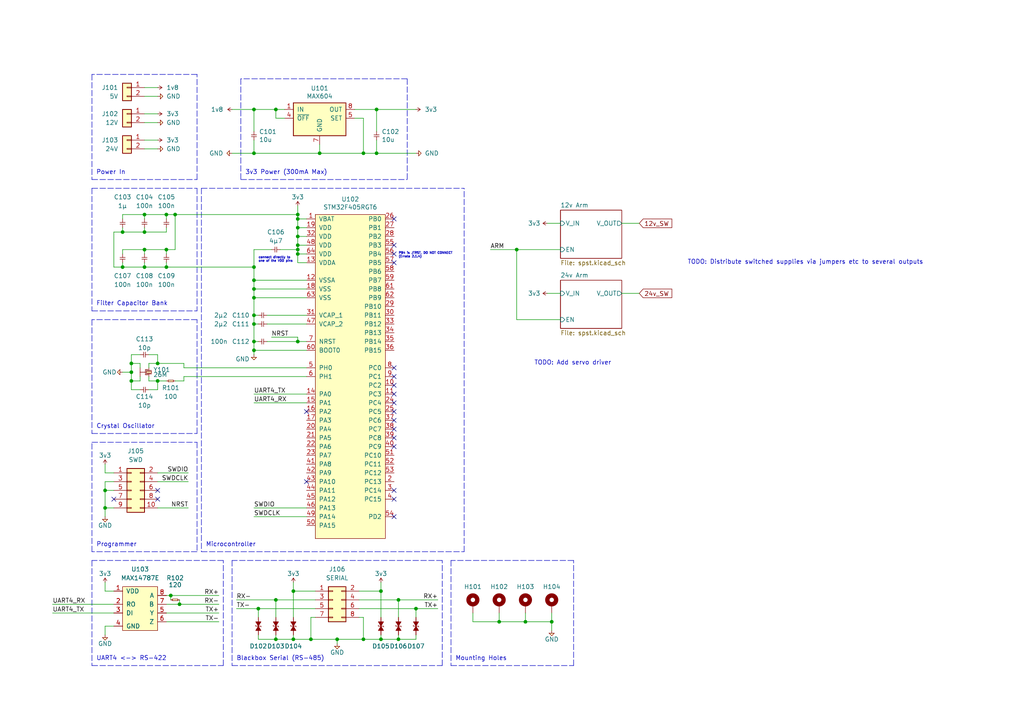
<source format=kicad_sch>
(kicad_sch (version 20211123) (generator eeschema)
  (paper "A4")
  (title_block (title "PROJECT ROYALE") (date "2021-10-23") (rev "1.0") (company "Cambridge University Spaceflight") (comment 1 "Drawn By Henry Franks"))
  (lib_symbols
    (symbol "12v_1" (power) (pin_numbers hide) (pin_names (offset 1.016) hide)
      (property "Value" "12v_1" (at 0 2.286 0))
      (symbol "12v_1_0_1"
        (polyline (pts (xy 0 1.27) (xy 0.508 0.508)))
        (polyline (pts (xy 0 0) (xy 0 1.27) (xy -0.508 0.508)))
      )
      (symbol "12v_1_1_1"
        (pin power_in line (at 0 0 180) (length 0) hide (name "3v3") (number "1"))
      )
    )
    (symbol "24v_1" (power) (pin_numbers hide) (pin_names (offset 1.016) hide)
      (property "Value" "24v_1" (at 0 2.286 0))
      (symbol "24v_1_0_1"
        (polyline (pts (xy 0 1.27) (xy 0.508 0.508)))
        (polyline (pts (xy 0 0) (xy 0 1.27) (xy -0.508 0.508)))
      )
      (symbol "24v_1_1_1"
        (pin power_in line (at 0 0 180) (length 0) hide (name "3v3") (number "1"))
      )
    )
    (symbol "Conn_01x02_1" (pin_names (offset 1.016) hide)
      (property "Reference" "J" (at 0 2.54 0))
      (property "Value" "Conn_01x02_1" (at 0 -5.08 0))
      (symbol "Conn_01x02_1_1_1"
        (rectangle (start -1.27 -2.413) (end 0 -2.667) (stroke (width 0.1524)))
        (rectangle (start -1.27 0.127) (end 0 -0.127) (stroke (width 0.1524)))
        (rectangle (start -1.27 1.27) (end 1.27 -3.81) (stroke (width 0.254)) (fill (type background)))
        (pin passive line (at -5.08 0 0) (length 3.81) (name "Pin_1") (number "1"))
        (pin passive line (at -5.08 -2.54 0) (length 3.81) (name "Pin_2") (number "2"))
      )
    )
    (symbol "GND_1" (power) (pin_numbers hide) (pin_names (offset 1.016) hide)
      (property "Value" "GND_1" (at 0 -2.54 0))
      (symbol "GND_1_0_1"
        (polyline (pts (xy 0 0) (xy 0 -0.762)))
        (polyline (pts (xy -0.762 -0.762) (xy 0.762 -0.762) (xy 0 -1.524) (xy -0.762 -0.762)) (fill (type background)))
      )
      (symbol "GND_1_1_1"
        (pin power_in line (at 0 0 180) (length 0) hide (name "GND") (number "1"))
      )
    )
    (symbol "GND_2" (power) (pin_numbers hide) (pin_names (offset 1.016) hide)
      (property "Value" "GND_2" (at 0 -2.54 0))
      (symbol "GND_2_0_1"
        (polyline (pts (xy 0 0) (xy 0 -0.762)))
        (polyline (pts (xy -0.762 -0.762) (xy 0.762 -0.762) (xy 0 -1.524) (xy -0.762 -0.762)) (fill (type background)))
      )
      (symbol "GND_2_1_1"
        (pin power_in line (at 0 0 180) (length 0) hide (name "GND") (number "1"))
      )
    )
    (symbol "GND_3" (power) (pin_numbers hide) (pin_names (offset 1.016) hide)
      (property "Value" "GND_3" (at 0 -2.54 0))
      (symbol "GND_3_0_1"
        (polyline (pts (xy 0 0) (xy 0 -0.762)))
        (polyline (pts (xy -0.762 -0.762) (xy 0.762 -0.762) (xy 0 -1.524) (xy -0.762 -0.762)) (fill (type background)))
      )
      (symbol "GND_3_1_1"
        (pin power_in line (at 0 0 180) (length 0) hide (name "GND") (number "1"))
      )
    )
    (symbol "GND_4" (power) (pin_numbers hide) (pin_names (offset 1.016) hide)
      (property "Value" "GND_4" (at 0 -2.54 0))
      (symbol "GND_4_0_1"
        (polyline (pts (xy 0 0) (xy 0 -0.762)))
        (polyline (pts (xy -0.762 -0.762) (xy 0.762 -0.762) (xy 0 -1.524) (xy -0.762 -0.762)) (fill (type background)))
      )
      (symbol "GND_4_1_1"
        (pin power_in line (at 0 0 180) (length 0) hide (name "GND") (number "1"))
      )
    )
    (symbol "GND_5" (power) (pin_numbers hide) (pin_names (offset 1.016) hide)
      (property "Value" "GND_5" (at 0 -2.54 0))
      (symbol "GND_5_0_1"
        (polyline (pts (xy 0 0) (xy 0 -0.762)))
        (polyline (pts (xy -0.762 -0.762) (xy 0.762 -0.762) (xy 0 -1.524) (xy -0.762 -0.762)) (fill (type background)))
      )
      (symbol "GND_5_1_1"
        (pin power_in line (at 0 0 180) (length 0) hide (name "GND") (number "1"))
      )
    )
    (symbol "GND_6" (power) (pin_numbers hide) (pin_names (offset 1.016) hide)
      (property "Value" "GND_6" (at 0 -2.54 0))
      (symbol "GND_6_0_1"
        (polyline (pts (xy 0 0) (xy 0 -0.762)))
        (polyline (pts (xy -0.762 -0.762) (xy 0.762 -0.762) (xy 0 -1.524) (xy -0.762 -0.762)) (fill (type background)))
      )
      (symbol "GND_6_1_1"
        (pin power_in line (at 0 0 180) (length 0) hide (name "GND") (number "1"))
      )
    )
    (symbol "GND_7" (power) (pin_numbers hide) (pin_names (offset 1.016) hide)
      (property "Value" "GND_7" (at 0 -2.54 0))
      (symbol "GND_7_0_1"
        (polyline (pts (xy 0 0) (xy 0 -0.762)))
        (polyline (pts (xy -0.762 -0.762) (xy 0.762 -0.762) (xy 0 -1.524) (xy -0.762 -0.762)) (fill (type background)))
      )
      (symbol "GND_7_1_1"
        (pin power_in line (at 0 0 180) (length 0) hide (name "GND") (number "1"))
      )
    )
    (symbol "GND_8" (power) (pin_numbers hide) (pin_names (offset 1.016) hide)
      (property "Value" "GND_8" (at 0 -2.54 0))
      (symbol "GND_8_0_1"
        (polyline (pts (xy 0 0) (xy 0 -0.762)))
        (polyline (pts (xy -0.762 -0.762) (xy 0.762 -0.762) (xy 0 -1.524) (xy -0.762 -0.762)) (fill (type background)))
      )
      (symbol "GND_8_1_1"
        (pin power_in line (at 0 0 180) (length 0) hide (name "GND") (number "1"))
      )
    )
    (symbol "GND_9" (power) (pin_numbers hide) (pin_names (offset 1.016) hide)
      (property "Value" "GND_9" (at 0 -2.54 0))
      (symbol "GND_9_0_1"
        (polyline (pts (xy 0 0) (xy 0 -0.762)))
        (polyline (pts (xy -0.762 -0.762) (xy 0.762 -0.762) (xy 0 -1.524) (xy -0.762 -0.762)) (fill (type background)))
      )
      (symbol "GND_9_1_1"
        (pin power_in line (at 0 0 180) (length 0) hide (name "GND") (number "1"))
      )
    )
    (symbol "royale:12v" (power) (pin_numbers hide) (pin_names (offset 1.016) hide)
      (property "Value" "royale_12v" (at 0 2.286 0))
      (symbol "12v_0_1"
        (polyline (pts (xy 0 1.27) (xy 0.508 0.508)))
        (polyline (pts (xy 0 0) (xy 0 1.27) (xy -0.508 0.508)))
      )
      (symbol "12v_1_1"
        (pin power_in line (at 0 0 180) (length 0) hide (name "3v3") (number "1"))
      )
    )
    (symbol "royale:24v" (power) (pin_numbers hide) (pin_names (offset 1.016) hide)
      (property "Value" "royale_24v" (at 0 2.286 0))
      (symbol "24v_0_1"
        (polyline (pts (xy 0 1.27) (xy 0.508 0.508)))
        (polyline (pts (xy 0 0) (xy 0 1.27) (xy -0.508 0.508)))
      )
      (symbol "24v_1_1"
        (pin power_in line (at 0 0 180) (length 0) hide (name "3v3") (number "1"))
      )
    )
    (symbol "royale:3v3" (power) (pin_numbers hide) (pin_names (offset 1.016) hide)
      (property "Value" "3v3" (at 0 2.286 0))
      (symbol "3v3_0_1"
        (polyline (pts (xy 0 1.27) (xy 0.508 0.508)))
        (polyline (pts (xy 0 0) (xy 0 1.27) (xy -0.508 0.508)))
      )
      (symbol "3v3_1_1"
        (pin power_in line (at 0 0 180) (length 0) hide (name "3v3") (number "1"))
      )
    )
    (symbol "royale:5v" (power) (pin_numbers hide) (pin_names (offset 1.016) hide)
      (property "Value" "5v" (at 0 2.286 0))
      (symbol "5v_0_1"
        (polyline (pts (xy 0 1.27) (xy 0.508 0.508)))
        (polyline (pts (xy 0 0) (xy 0 1.27) (xy -0.508 0.508)))
      )
      (symbol "5v_1_1"
        (pin power_in line (at 0 0 180) (length 0) hide (name "1v8") (number "1"))
      )
    )
    (symbol "royale:C" (pin_numbers hide) (pin_names (offset 1.016) hide)
      (property "Reference" "C" (at 1.27 1.778 0))
      (property "Value" "C" (at 1.27 -1.778 0))
      (symbol "C_0_1"
        (polyline (pts (xy 1.016 0.762) (xy 1.016 -0.762)))
        (polyline (pts (xy 1.524 0.762) (xy 1.524 -0.762)))
      )
      (symbol "C_1_1"
        (pin passive line (at 0 0 0) (length 1.016) (name "~") (number "1"))
        (pin passive line (at 2.54 0 180) (length 1.016) (name "~") (number "2"))
      )
    )
    (symbol "royale:Conn_02x04" (pin_names (offset 1.016) hide)
      (property "Reference" "J" (at 1.27 5.08 0))
      (property "Value" "Conn_02x04" (at 1.27 -7.62 0))
      (symbol "Conn_02x04_1_1"
        (rectangle (start -1.27 -4.953) (end 0 -5.207) (stroke (width 0.1524)))
        (rectangle (start -1.27 -2.413) (end 0 -2.667) (stroke (width 0.1524)))
        (rectangle (start -1.27 0.127) (end 0 -0.127) (stroke (width 0.1524)))
        (rectangle (start -1.27 2.667) (end 0 2.413) (stroke (width 0.1524)))
        (rectangle (start -1.27 3.81) (end 3.81 -6.35) (stroke (width 0.254)) (fill (type background)))
        (rectangle (start 3.81 -4.953) (end 2.54 -5.207) (stroke (width 0.1524)))
        (rectangle (start 3.81 -2.413) (end 2.54 -2.667) (stroke (width 0.1524)))
        (rectangle (start 3.81 0.127) (end 2.54 -0.127) (stroke (width 0.1524)))
        (rectangle (start 3.81 2.667) (end 2.54 2.413) (stroke (width 0.1524)))
        (pin passive line (at -5.08 2.54 0) (length 3.81) (name "Pin_1") (number "1"))
        (pin passive line (at 7.62 2.54 180) (length 3.81) (name "Pin_2") (number "2"))
        (pin passive line (at -5.08 0 0) (length 3.81) (name "Pin_3") (number "3"))
        (pin passive line (at 7.62 0 180) (length 3.81) (name "Pin_4") (number "4"))
        (pin passive line (at -5.08 -2.54 0) (length 3.81) (name "Pin_5") (number "5"))
        (pin passive line (at 7.62 -2.54 180) (length 3.81) (name "Pin_6") (number "6"))
        (pin passive line (at -5.08 -5.08 0) (length 3.81) (name "Pin_7") (number "7"))
        (pin passive line (at 7.62 -5.08 180) (length 3.81) (name "Pin_8") (number "8"))
      )
    )
    (symbol "royale:Conn_02x05" (pin_names (offset 1.016) hide)
      (property "Reference" "J" (at 1.27 7.62 0))
      (property "Value" "Conn_02x05" (at 1.27 -7.62 0))
      (symbol "Conn_02x05_1_1"
        (rectangle (start -1.27 -4.953) (end 0 -5.207) (stroke (width 0.1524)))
        (rectangle (start -1.27 -2.413) (end 0 -2.667) (stroke (width 0.1524)))
        (rectangle (start -1.27 0.127) (end 0 -0.127) (stroke (width 0.1524)))
        (rectangle (start -1.27 2.667) (end 0 2.413) (stroke (width 0.1524)))
        (rectangle (start -1.27 5.207) (end 0 4.953) (stroke (width 0.1524)))
        (rectangle (start -1.27 6.35) (end 3.81 -6.35) (stroke (width 0.254)) (fill (type background)))
        (rectangle (start 3.81 -4.953) (end 2.54 -5.207) (stroke (width 0.1524)))
        (rectangle (start 3.81 -2.413) (end 2.54 -2.667) (stroke (width 0.1524)))
        (rectangle (start 3.81 0.127) (end 2.54 -0.127) (stroke (width 0.1524)))
        (rectangle (start 3.81 2.667) (end 2.54 2.413) (stroke (width 0.1524)))
        (rectangle (start 3.81 5.207) (end 2.54 4.953) (stroke (width 0.1524)))
        (pin passive line (at -5.08 5.08 0) (length 3.81) (name "Pin_1") (number "1"))
        (pin passive line (at 7.62 -5.08 180) (length 3.81) (name "Pin_10") (number "10"))
        (pin passive line (at 7.62 5.08 180) (length 3.81) (name "Pin_2") (number "2"))
        (pin passive line (at -5.08 2.54 0) (length 3.81) (name "Pin_3") (number "3"))
        (pin passive line (at 7.62 2.54 180) (length 3.81) (name "Pin_4") (number "4"))
        (pin passive line (at -5.08 0 0) (length 3.81) (name "Pin_5") (number "5"))
        (pin passive line (at 7.62 0 180) (length 3.81) (name "Pin_6") (number "6"))
        (pin passive line (at -5.08 -2.54 0) (length 3.81) (name "Pin_7") (number "7"))
        (pin passive line (at 7.62 -2.54 180) (length 3.81) (name "Pin_8") (number "8"))
        (pin passive line (at -5.08 -5.08 0) (length 3.81) (name "Pin_9") (number "9"))
      )
    )
    (symbol "royale:Diode_ESD" (pin_numbers hide) (pin_names (offset 0) hide)
      (property "Reference" "D" (at -1.27 2.54 0))
      (symbol "Diode_ESD_0_1"
        (polyline (pts (xy 0 -0.762) (xy 0.254 -0.762)))
        (polyline (pts (xy 0 0.762) (xy -0.254 0.762)))
        (polyline (pts (xy 0 0.762) (xy 0 -0.762)))
        (polyline (pts (xy 0 0) (xy -1.27 0.762) (xy -1.27 -0.762) (xy 0 0)) (fill (type outline)))
        (polyline (pts (xy 0 0) (xy 1.27 0.762) (xy 1.27 -0.762) (xy 0 0)) (fill (type outline)))
      )
      (symbol "Diode_ESD_1_1"
        (pin passive line (at -2.54 0 0) (length 1.27) (name "1") (number "1"))
        (pin passive line (at 2.54 0 180) (length 1.27) (name "2") (number "2"))
      )
    )
    (symbol "royale:MAX14787E" (pin_names (offset 1.016))
      (property "Reference" "U" (at -5.08 7.62 0))
      (property "Value" "MAX14787E" (at -5.08 -7.62 0))
      (symbol "MAX14787E_0_0"
        (pin power_in line (at -7.62 5.08 0) (length 2.54) (name "VDD") (number "1"))
        (pin output line (at -7.62 1.27 0) (length 2.54) (name "RO") (number "2"))
        (pin input line (at -7.62 -1.27 0) (length 2.54) (name "DI") (number "3"))
        (pin power_in line (at -7.62 -5.08 0) (length 2.54) (name "GND") (number "4"))
        (pin output line (at 7.62 -1.27 180) (length 2.54) (name "Y") (number "5"))
        (pin output line (at 7.62 -3.81 180) (length 2.54) (name "Z") (number "6"))
        (pin input line (at 7.62 1.27 180) (length 2.54) (name "B") (number "7"))
        (pin input line (at 7.62 3.81 180) (length 2.54) (name "A") (number "8"))
      )
      (symbol "MAX14787E_0_1"
        (rectangle (start -5.08 6.35) (end 5.08 -6.35) (fill (type background)))
      )
    )
    (symbol "royale:MAX604" (pin_names (offset 1.016))
      (property "Reference" "U" (at -6.35 5.715 0))
      (property "Value" "MAX604" (at 0 5.715 0))
      (symbol "MAX604_0_1"
        (rectangle (start -7.62 4.445) (end 7.62 -5.08) (stroke (width 0.254)) (fill (type background)))
      )
      (symbol "MAX604_1_1"
        (pin power_in line (at -10.16 2.54 0) (length 2.54) (name "IN") (number "1"))
        (pin passive line (at 0 -7.62 90) (length 2.54) hide (name "GND") (number "2"))
        (pin passive line (at 0 -7.62 90) (length 2.54) hide (name "GND") (number "3"))
        (pin input line (at -10.16 0 0) (length 2.54) (name "~{OFF}") (number "4"))
        (pin passive line (at 10.16 0 180) (length 2.54) (name "SET") (number "5"))
        (pin passive line (at 0 -7.62 90) (length 2.54) hide (name "GND") (number "6"))
        (pin power_in line (at 0 -7.62 90) (length 2.54) (name "GND") (number "7"))
        (pin power_out line (at 10.16 2.54 180) (length 2.54) (name "OUT") (number "8"))
      )
    )
    (symbol "royale:MountingHole_Pad" (pin_numbers hide) (pin_names (offset 1.016) hide)
      (property "Reference" "H" (at 0 6.35 0))
      (property "Value" "MountingHole_Pad" (at 0 4.445 0))
      (symbol "MountingHole_Pad_0_1"
        (circle (center 0 1.27) (radius 1.27) (stroke (width 1.27)))
      )
      (symbol "MountingHole_Pad_1_1"
        (pin input line (at 0 -2.54 90) (length 2.54) (name "1") (number "1"))
      )
    )
    (symbol "royale:R" (pin_numbers hide) (pin_names (offset 1.016) hide)
      (property "Reference" "R" (at 1.27 1.27 0))
      (property "Value" "R" (at 1.27 -1.27 0))
      (symbol "R_0_1"
        (rectangle (start 0.508 0.254) (end 2.032 -0.254) (fill (type background)))
      )
      (symbol "R_1_1"
        (pin passive line (at 0 0 0) (length 0.508) (name "~") (number "1"))
        (pin passive line (at 2.54 0 180) (length 0.508) (name "~") (number "2"))
      )
    )
    (symbol "royale:SMD_XTAL" (pin_numbers hide) (pin_names (offset 1.016) hide)
      (property "Reference" "Y" (at 1.27 1.778 0))
      (property "Value" "SMD_XTAL" (at 1.27 -3.81 0))
      (symbol "SMD_XTAL_0_1"
        (polyline (pts (xy 0.762 0.762) (xy 0.762 -0.762)))
        (polyline (pts (xy 1.27 -1.016) (xy 1.27 -2.54)))
        (polyline (pts (xy 1.778 -0.762) (xy 1.778 0.762)))
        (polyline (pts (xy 0.508 -0.254) (xy 0.508 -1.016) (xy 2.032 -1.016) (xy 2.032 -0.254)))
        (rectangle (start 1.016 0.762) (end 1.524 -0.762) (fill (type background)))
      )
      (symbol "SMD_XTAL_1_1"
        (pin passive line (at 0 0 0) (length 0.762) (name "1") (number "1"))
        (pin passive line (at 0 -2.54 0) (length 1.27) (name "2") (number "2"))
        (pin passive line (at 2.54 0 180) (length 0.762) (name "3") (number "3"))
        (pin passive line (at 2.54 -2.54 180) (length 1.27) (name "4") (number "4"))
      )
    )
    (symbol "royale:STM32F405RGT6" (pin_names (offset 1.016))
      (property "Reference" "U" (at -10.16 48.26 0))
      (property "Value" "STM32F405RGT6" (at -10.16 -48.26 0))
      (symbol "STM32F405RGT6_0_0"
        (pin power_in line (at -12.7 45.72 0) (length 2.54) (name "VBAT") (number "1"))
        (pin bidirectional line (at 12.7 -2.54 180) (length 2.54) (name "PC2") (number "10"))
        (pin bidirectional line (at 12.7 -5.08 180) (length 2.54) (name "PC3") (number "11"))
        (pin power_in line (at -12.7 27.94 0) (length 2.54) (name "VSSA") (number "12"))
        (pin power_in line (at -12.7 33.02 0) (length 2.54) (name "VDDA") (number "13"))
        (pin bidirectional line (at -12.7 -5.08 0) (length 2.54) (name "PA0") (number "14"))
        (pin bidirectional line (at -12.7 -7.62 0) (length 2.54) (name "PA1") (number "15"))
        (pin bidirectional line (at -12.7 -10.16 0) (length 2.54) (name "PA2") (number "16"))
        (pin bidirectional line (at -12.7 -12.7 0) (length 2.54) (name "PA3") (number "17"))
        (pin power_in line (at -12.7 25.4 0) (length 2.54) (name "VSS") (number "18"))
        (pin power_in line (at -12.7 43.18 0) (length 2.54) (name "VDD") (number "19"))
        (pin bidirectional line (at 12.7 -30.48 180) (length 2.54) (name "PC13") (number "2"))
        (pin bidirectional line (at -12.7 -15.24 0) (length 2.54) (name "PA4") (number "20"))
        (pin bidirectional line (at -12.7 -17.78 0) (length 2.54) (name "PA5") (number "21"))
        (pin bidirectional line (at -12.7 -20.32 0) (length 2.54) (name "PA6") (number "22"))
        (pin bidirectional line (at -12.7 -22.86 0) (length 2.54) (name "PA7") (number "23"))
        (pin bidirectional line (at 12.7 -7.62 180) (length 2.54) (name "PC4") (number "24"))
        (pin bidirectional line (at 12.7 -10.16 180) (length 2.54) (name "PC5") (number "25"))
        (pin bidirectional line (at 12.7 45.72 180) (length 2.54) (name "PB0") (number "26"))
        (pin bidirectional line (at 12.7 43.18 180) (length 2.54) (name "PB1") (number "27"))
        (pin bidirectional line (at 12.7 40.64 180) (length 2.54) (name "PB2") (number "28"))
        (pin bidirectional line (at 12.7 20.32 180) (length 2.54) (name "PB10") (number "29"))
        (pin bidirectional line (at 12.7 -33.02 180) (length 2.54) (name "PC14") (number "3"))
        (pin bidirectional line (at 12.7 17.78 180) (length 2.54) (name "PB11") (number "30"))
        (pin passive line (at -12.7 17.78 0) (length 2.54) (name "VCAP_1") (number "31"))
        (pin power_in line (at -12.7 40.64 0) (length 2.54) (name "VDD") (number "32"))
        (pin bidirectional line (at 12.7 15.24 180) (length 2.54) (name "PB12") (number "33"))
        (pin bidirectional line (at 12.7 12.7 180) (length 2.54) (name "PB13") (number "34"))
        (pin bidirectional line (at 12.7 10.16 180) (length 2.54) (name "PB14") (number "35"))
        (pin bidirectional line (at 12.7 7.62 180) (length 2.54) (name "PB15") (number "36"))
        (pin bidirectional line (at 12.7 -12.7 180) (length 2.54) (name "PC6") (number "37"))
        (pin bidirectional line (at 12.7 -15.24 180) (length 2.54) (name "PC7") (number "38"))
        (pin bidirectional line (at 12.7 -17.78 180) (length 2.54) (name "PC8") (number "39"))
        (pin bidirectional line (at 12.7 -35.56 180) (length 2.54) (name "PC15") (number "4"))
        (pin bidirectional line (at 12.7 -20.32 180) (length 2.54) (name "PC9") (number "40"))
        (pin bidirectional line (at -12.7 -25.4 0) (length 2.54) (name "PA8") (number "41"))
        (pin bidirectional line (at -12.7 -27.94 0) (length 2.54) (name "PA9") (number "42"))
        (pin bidirectional line (at -12.7 -30.48 0) (length 2.54) (name "PA10") (number "43"))
        (pin bidirectional line (at -12.7 -33.02 0) (length 2.54) (name "PA11") (number "44"))
        (pin bidirectional line (at -12.7 -35.56 0) (length 2.54) (name "PA12") (number "45"))
        (pin bidirectional line (at -12.7 -38.1 0) (length 2.54) (name "PA13") (number "46"))
        (pin passive line (at -12.7 15.24 0) (length 2.54) (name "VCAP_2") (number "47"))
        (pin power_in line (at -12.7 38.1 0) (length 2.54) (name "VDD") (number "48"))
        (pin bidirectional line (at -12.7 -40.64 0) (length 2.54) (name "PA14") (number "49"))
        (pin bidirectional line (at -12.7 2.54 0) (length 2.54) (name "PH0") (number "5"))
        (pin bidirectional line (at -12.7 -43.18 0) (length 2.54) (name "PA15") (number "50"))
        (pin bidirectional line (at 12.7 -22.86 180) (length 2.54) (name "PC10") (number "51"))
        (pin bidirectional line (at 12.7 -25.4 180) (length 2.54) (name "PC11") (number "52"))
        (pin bidirectional line (at 12.7 -27.94 180) (length 2.54) (name "PC12") (number "53"))
        (pin bidirectional line (at 12.7 -40.64 180) (length 2.54) (name "PD2") (number "54"))
        (pin bidirectional line (at 12.7 38.1 180) (length 2.54) (name "PB3") (number "55"))
        (pin bidirectional line (at 12.7 35.56 180) (length 2.54) (name "PB4") (number "56"))
        (pin bidirectional line (at 12.7 33.02 180) (length 2.54) (name "PB5") (number "57"))
        (pin bidirectional line (at 12.7 30.48 180) (length 2.54) (name "PB6") (number "58"))
        (pin bidirectional line (at 12.7 27.94 180) (length 2.54) (name "PB7") (number "59"))
        (pin bidirectional line (at -12.7 0 0) (length 2.54) (name "PH1") (number "6"))
        (pin input line (at -12.7 7.62 0) (length 2.54) (name "BOOT0") (number "60"))
        (pin bidirectional line (at 12.7 25.4 180) (length 2.54) (name "PB8") (number "61"))
        (pin bidirectional line (at 12.7 22.86 180) (length 2.54) (name "PB9") (number "62"))
        (pin power_in line (at -12.7 22.86 0) (length 2.54) (name "VSS") (number "63"))
        (pin power_in line (at -12.7 35.56 0) (length 2.54) (name "VDD") (number "64"))
        (pin input line (at -12.7 10.16 0) (length 2.54) (name "NRST") (number "7"))
        (pin bidirectional line (at 12.7 2.54 180) (length 2.54) (name "PC0") (number "8"))
        (pin bidirectional line (at 12.7 0 180) (length 2.54) (name "PC1") (number "9"))
      )
      (symbol "STM32F405RGT6_0_1"
        (rectangle (start -10.16 46.99) (end 10.16 -46.99) (fill (type background)))
      )
    )
  )
  (junction (at 48.26 72.39))
  (junction (at 41.91 72.39))
  (junction (at 86.36 72.39))
  (junction (at 73.66 93.98))
  (junction (at 109.22 31.75))
  (junction (at 35.56 77.47))
  (junction (at 80.01 185.42))
  (junction (at 109.22 44.45))
  (junction (at 50.8 62.23))
  (junction (at 48.26 77.47))
  (junction (at 105.41 44.45))
  (junction (at 41.91 77.47))
  (junction (at 48.26 62.23))
  (junction (at 74.93 176.53))
  (junction (at 73.66 99.06))
  (junction (at 152.4 180.34))
  (junction (at 86.36 63.5))
  (junction (at 105.41 185.42))
  (junction (at 97.79 185.42))
  (junction (at 85.09 171.45))
  (junction (at 41.91 67.31))
  (junction (at 35.56 67.31))
  (junction (at 38.1 107.95))
  (junction (at 115.57 173.99))
  (junction (at 38.1 105.41))
  (junction (at 85.09 185.42))
  (junction (at 49.53 172.72))
  (junction (at 45.72 110.49))
  (junction (at 80.01 173.99))
  (junction (at 52.07 175.26))
  (junction (at 73.66 83.82))
  (junction (at 73.66 44.45))
  (junction (at 86.36 68.58))
  (junction (at 115.57 185.42))
  (junction (at 120.65 176.53))
  (junction (at 149.86 72.39))
  (junction (at 110.49 171.45))
  (junction (at 73.66 31.75))
  (junction (at 110.49 185.42))
  (junction (at 144.78 180.34))
  (junction (at 73.66 77.47))
  (junction (at 41.91 62.23))
  (junction (at 86.36 62.23))
  (junction (at 86.36 99.06))
  (junction (at 86.36 66.04))
  (junction (at 86.36 73.66))
  (junction (at 45.72 105.41))
  (junction (at 86.36 71.12))
  (junction (at 90.17 185.42))
  (junction (at 73.66 86.36))
  (junction (at 80.01 31.75))
  (junction (at 30.48 147.32))
  (junction (at 73.66 101.6))
  (junction (at 38.1 110.49))
  (junction (at 160.02 180.34))
  (junction (at 73.66 81.28))
  (junction (at 30.48 142.24))
  (junction (at 73.66 91.44))
  (junction (at 92.71 44.45))
  (no_connect (at 88.9 119.38))
  (no_connect (at 114.3 119.38))
  (no_connect (at 114.3 116.84))
  (no_connect (at 114.3 121.92))
  (no_connect (at 114.3 149.86))
  (no_connect (at 114.3 109.22))
  (no_connect (at 114.3 71.12))
  (no_connect (at 114.3 63.5))
  (no_connect (at 114.3 129.54))
  (no_connect (at 114.3 142.24))
  (no_connect (at 114.3 144.78))
  (no_connect (at 114.3 124.46))
  (no_connect (at 114.3 111.76))
  (no_connect (at 114.3 127))
  (no_connect (at 114.3 76.2))
  (no_connect (at 114.3 73.66))
  (no_connect (at 114.3 114.3))
  (no_connect (at 33.02 144.78))
  (no_connect (at 88.9 139.7))
  (no_connect (at 45.72 144.78))
  (no_connect (at 45.72 142.24))
  (no_connect (at 114.3 106.68))
  (wire (pts (xy 74.93 185.42) (xy 80.01 185.42)))
  (wire (pts (xy 30.48 139.7) (xy 30.48 142.24)))
  (polyline (pts (xy 69.85 52.07) (xy 118.11 52.07)))
  (polyline (pts (xy 26.67 54.61) (xy 57.15 54.61)))
  (wire (pts (xy 41.91 67.31) (xy 35.56 67.31)))
  (wire (pts (xy 30.48 147.32) (xy 30.48 149.86)))
  (wire (pts (xy 105.41 44.45) (xy 105.41 34.29)))
  (wire (pts (xy 41.91 27.94) (xy 45.72 27.94)))
  (wire (pts (xy 73.66 147.32) (xy 88.9 147.32)))
  (wire (pts (xy 38.1 102.87) (xy 40.64 102.87)))
  (polyline (pts (xy 69.85 22.86) (xy 69.85 52.07)))
  (polyline (pts (xy 58.42 54.61) (xy 134.62 54.61)))
  (wire (pts (xy 41.91 77.47) (xy 48.26 77.47)))
  (wire (pts (xy 97.79 185.42) (xy 105.41 185.42)))
  (wire (pts (xy 48.26 72.39) (xy 48.26 73.66)))
  (wire (pts (xy 162.56 85.09) (xy 158.75 85.09)))
  (wire (pts (xy 41.91 35.56) (xy 45.72 35.56)))
  (wire (pts (xy 41.91 73.66) (xy 41.91 72.39)))
  (wire (pts (xy 77.47 99.06) (xy 86.36 99.06)))
  (wire (pts (xy 86.36 71.12) (xy 86.36 72.39)))
  (wire (pts (xy 115.57 184.15) (xy 115.57 185.42)))
  (wire (pts (xy 68.58 173.99) (xy 80.01 173.99)))
  (wire (pts (xy 88.9 83.82) (xy 73.66 83.82)))
  (wire (pts (xy 30.48 142.24) (xy 33.02 142.24)))
  (wire (pts (xy 43.18 105.41) (xy 43.18 106.68)))
  (wire (pts (xy 185.42 64.77) (xy 180.34 64.77)))
  (polyline (pts (xy 57.15 54.61) (xy 57.15 90.17)))
  (wire (pts (xy 88.9 81.28) (xy 73.66 81.28)))
  (wire (pts (xy 33.02 177.8) (xy 15.24 177.8)))
  (wire (pts (xy 35.56 72.39) (xy 41.91 72.39)))
  (wire (pts (xy 35.56 77.47) (xy 33.02 77.47)))
  (wire (pts (xy 33.02 147.32) (xy 30.48 147.32)))
  (wire (pts (xy 41.91 40.64) (xy 45.72 40.64)))
  (wire (pts (xy 73.66 91.44) (xy 73.66 86.36)))
  (wire (pts (xy 105.41 185.42) (xy 110.49 185.42)))
  (wire (pts (xy 73.66 91.44) (xy 74.93 91.44)))
  (polyline (pts (xy 26.67 193.04) (xy 64.77 193.04)))
  (wire (pts (xy 35.56 67.31) (xy 35.56 66.04)))
  (wire (pts (xy 91.44 179.07) (xy 90.17 179.07)))
  (wire (pts (xy 48.26 72.39) (xy 50.8 72.39)))
  (wire (pts (xy 80.01 173.99) (xy 80.01 179.07)))
  (wire (pts (xy 73.66 83.82) (xy 73.66 86.36)))
  (wire (pts (xy 35.56 62.23) (xy 41.91 62.23)))
  (polyline (pts (xy 166.37 162.56) (xy 130.81 162.56)))
  (wire (pts (xy 110.49 185.42) (xy 115.57 185.42)))
  (wire (pts (xy 43.18 102.87) (xy 45.72 102.87)))
  (wire (pts (xy 49.53 172.72) (xy 63.5 172.72)))
  (wire (pts (xy 40.64 105.41) (xy 38.1 105.41)))
  (wire (pts (xy 104.14 171.45) (xy 110.49 171.45)))
  (polyline (pts (xy 166.37 193.04) (xy 166.37 162.56)))
  (wire (pts (xy 40.64 110.49) (xy 40.64 109.22)))
  (wire (pts (xy 80.01 31.75) (xy 82.55 31.75)))
  (wire (pts (xy 80.01 184.15) (xy 80.01 185.42)))
  (wire (pts (xy 38.1 110.49) (xy 40.64 110.49)))
  (wire (pts (xy 73.66 31.75) (xy 80.01 31.75)))
  (polyline (pts (xy 64.77 162.56) (xy 26.67 162.56)))
  (wire (pts (xy 41.91 66.04) (xy 41.91 67.31)))
  (wire (pts (xy 52.07 173.99) (xy 52.07 175.26)))
  (wire (pts (xy 142.24 72.39) (xy 149.86 72.39)))
  (wire (pts (xy 109.22 31.75) (xy 120.65 31.75)))
  (wire (pts (xy 86.36 97.79) (xy 86.36 99.06)))
  (polyline (pts (xy 58.42 160.02) (xy 134.62 160.02)))
  (polyline (pts (xy 134.62 160.02) (xy 134.62 54.61)))
  (wire (pts (xy 149.86 92.71) (xy 149.86 72.39)))
  (wire (pts (xy 38.1 113.03) (xy 40.64 113.03)))
  (wire (pts (xy 115.57 173.99) (xy 115.57 179.07)))
  (wire (pts (xy 43.18 105.41) (xy 45.72 105.41)))
  (wire (pts (xy 43.18 113.03) (xy 45.72 113.03)))
  (wire (pts (xy 33.02 137.16) (xy 30.48 137.16)))
  (wire (pts (xy 137.16 180.34) (xy 144.78 180.34)))
  (wire (pts (xy 45.72 139.7) (xy 54.61 139.7)))
  (wire (pts (xy 38.1 105.41) (xy 38.1 107.95)))
  (wire (pts (xy 67.31 44.45) (xy 73.66 44.45)))
  (polyline (pts (xy 26.67 92.71) (xy 26.67 125.73)))
  (wire (pts (xy 45.72 110.49) (xy 48.26 110.49)))
  (wire (pts (xy 50.8 62.23) (xy 50.8 72.39)))
  (wire (pts (xy 38.1 102.87) (xy 38.1 105.41)))
  (wire (pts (xy 86.36 62.23) (xy 86.36 63.5)))
  (wire (pts (xy 43.18 109.22) (xy 43.18 110.49)))
  (wire (pts (xy 45.72 110.49) (xy 45.72 113.03)))
  (wire (pts (xy 53.34 109.22) (xy 88.9 109.22)))
  (wire (pts (xy 110.49 168.91) (xy 110.49 171.45)))
  (wire (pts (xy 73.66 93.98) (xy 73.66 99.06)))
  (wire (pts (xy 105.41 34.29) (xy 102.87 34.29)))
  (wire (pts (xy 48.26 77.47) (xy 48.26 76.2)))
  (wire (pts (xy 48.26 180.34) (xy 63.5 180.34)))
  (wire (pts (xy 88.9 114.3) (xy 73.66 114.3)))
  (wire (pts (xy 52.07 175.26) (xy 63.5 175.26)))
  (wire (pts (xy 41.91 72.39) (xy 48.26 72.39)))
  (wire (pts (xy 33.02 171.45) (xy 30.48 171.45)))
  (wire (pts (xy 77.47 91.44) (xy 88.9 91.44)))
  (wire (pts (xy 109.22 31.75) (xy 109.22 38.1)))
  (wire (pts (xy 105.41 179.07) (xy 105.41 185.42)))
  (wire (pts (xy 78.74 72.39) (xy 73.66 72.39)))
  (wire (pts (xy 109.22 44.45) (xy 105.41 44.45)))
  (wire (pts (xy 74.93 176.53) (xy 74.93 179.07)))
  (wire (pts (xy 53.34 110.49) (xy 53.34 109.22)))
  (wire (pts (xy 73.66 99.06) (xy 73.66 101.6)))
  (wire (pts (xy 74.93 99.06) (xy 73.66 99.06)))
  (wire (pts (xy 30.48 134.62) (xy 30.48 137.16)))
  (wire (pts (xy 53.34 105.41) (xy 53.34 106.68)))
  (wire (pts (xy 109.22 40.64) (xy 109.22 44.45)))
  (wire (pts (xy 86.36 72.39) (xy 86.36 73.66)))
  (wire (pts (xy 80.01 173.99) (xy 91.44 173.99)))
  (wire (pts (xy 48.26 175.26) (xy 52.07 175.26)))
  (wire (pts (xy 50.8 110.49) (xy 53.34 110.49)))
  (polyline (pts (xy 26.67 54.61) (xy 26.67 90.17)))
  (polyline (pts (xy 26.67 125.73) (xy 57.15 125.73)))
  (wire (pts (xy 86.36 63.5) (xy 86.36 66.04)))
  (polyline (pts (xy 67.31 193.04) (xy 128.27 193.04)))
  (wire (pts (xy 45.72 137.16) (xy 54.61 137.16)))
  (wire (pts (xy 110.49 171.45) (xy 110.49 179.07)))
  (wire (pts (xy 38.1 107.95) (xy 38.1 110.49)))
  (wire (pts (xy 30.48 181.61) (xy 30.48 184.15)))
  (polyline (pts (xy 26.67 52.07) (xy 57.15 52.07)))
  (wire (pts (xy 82.55 34.29) (xy 80.01 34.29)))
  (polyline (pts (xy 57.15 52.07) (xy 57.15 21.59)))
  (wire (pts (xy 73.66 72.39) (xy 73.66 77.47)))
  (wire (pts (xy 45.72 102.87) (xy 45.72 105.41)))
  (wire (pts (xy 160.02 180.34) (xy 160.02 182.88)))
  (wire (pts (xy 86.36 73.66) (xy 86.36 76.2)))
  (wire (pts (xy 90.17 185.42) (xy 97.79 185.42)))
  (wire (pts (xy 137.16 180.34) (xy 137.16 177.8)))
  (polyline (pts (xy 67.31 162.56) (xy 67.31 193.04)))
  (wire (pts (xy 104.14 176.53) (xy 120.65 176.53)))
  (wire (pts (xy 81.28 72.39) (xy 86.36 72.39)))
  (wire (pts (xy 40.64 105.41) (xy 40.64 106.68)))
  (wire (pts (xy 73.66 44.45) (xy 73.66 40.64)))
  (wire (pts (xy 144.78 180.34) (xy 152.4 180.34)))
  (wire (pts (xy 50.8 62.23) (xy 86.36 62.23)))
  (wire (pts (xy 110.49 184.15) (xy 110.49 185.42)))
  (wire (pts (xy 104.14 179.07) (xy 105.41 179.07)))
  (wire (pts (xy 92.71 44.45) (xy 73.66 44.45)))
  (wire (pts (xy 68.58 176.53) (xy 74.93 176.53)))
  (wire (pts (xy 41.91 43.18) (xy 45.72 43.18)))
  (polyline (pts (xy 57.15 125.73) (xy 57.15 92.71)))
  (polyline (pts (xy 26.67 90.17) (xy 57.15 90.17)))
  (polyline (pts (xy 26.67 160.02) (xy 26.67 128.27)))
  (wire (pts (xy 120.65 176.53) (xy 127 176.53)))
  (wire (pts (xy 33.02 139.7) (xy 30.48 139.7)))
  (wire (pts (xy 45.72 105.41) (xy 53.34 105.41)))
  (polyline (pts (xy 57.15 21.59) (xy 26.67 21.59)))
  (wire (pts (xy 144.78 177.8) (xy 144.78 180.34)))
  (wire (pts (xy 43.18 110.49) (xy 45.72 110.49)))
  (wire (pts (xy 86.36 66.04) (xy 86.36 68.58)))
  (wire (pts (xy 73.66 77.47) (xy 73.66 81.28)))
  (wire (pts (xy 86.36 76.2) (xy 88.9 76.2)))
  (wire (pts (xy 35.56 63.5) (xy 35.56 62.23)))
  (wire (pts (xy 45.72 147.32) (xy 54.61 147.32)))
  (wire (pts (xy 38.1 110.49) (xy 38.1 113.03)))
  (wire (pts (xy 85.09 185.42) (xy 90.17 185.42)))
  (wire (pts (xy 49.53 172.72) (xy 49.53 173.99)))
  (wire (pts (xy 41.91 63.5) (xy 41.91 62.23)))
  (wire (pts (xy 78.74 97.79) (xy 86.36 97.79)))
  (wire (pts (xy 86.36 68.58) (xy 88.9 68.58)))
  (wire (pts (xy 160.02 177.8) (xy 160.02 180.34)))
  (wire (pts (xy 160.02 180.34) (xy 152.4 180.34)))
  (wire (pts (xy 86.36 66.04) (xy 88.9 66.04)))
  (wire (pts (xy 48.26 172.72) (xy 49.53 172.72)))
  (polyline (pts (xy 57.15 92.71) (xy 26.67 92.71)))
  (wire (pts (xy 74.93 184.15) (xy 74.93 185.42)))
  (polyline (pts (xy 64.77 193.04) (xy 64.77 162.56)))
  (wire (pts (xy 86.36 59.69) (xy 86.36 62.23)))
  (wire (pts (xy 80.01 34.29) (xy 80.01 31.75)))
  (wire (pts (xy 92.71 41.91) (xy 92.71 44.45)))
  (wire (pts (xy 85.09 171.45) (xy 91.44 171.45)))
  (wire (pts (xy 85.09 179.07) (xy 85.09 171.45)))
  (wire (pts (xy 85.09 168.91) (xy 85.09 171.45)))
  (wire (pts (xy 120.65 176.53) (xy 120.65 179.07)))
  (wire (pts (xy 86.36 71.12) (xy 88.9 71.12)))
  (wire (pts (xy 88.9 86.36) (xy 73.66 86.36)))
  (wire (pts (xy 185.42 85.09) (xy 180.34 85.09)))
  (polyline (pts (xy 26.67 21.59) (xy 26.67 52.07)))
  (wire (pts (xy 86.36 68.58) (xy 86.36 71.12)))
  (wire (pts (xy 80.01 185.42) (xy 85.09 185.42)))
  (wire (pts (xy 162.56 92.71) (xy 149.86 92.71)))
  (wire (pts (xy 53.34 106.68) (xy 88.9 106.68)))
  (wire (pts (xy 48.26 77.47) (xy 73.66 77.47)))
  (polyline (pts (xy 58.42 54.61) (xy 58.42 160.02)))
  (wire (pts (xy 86.36 99.06) (xy 88.9 99.06)))
  (wire (pts (xy 73.66 101.6) (xy 73.66 102.87)))
  (wire (pts (xy 115.57 185.42) (xy 120.65 185.42)))
  (wire (pts (xy 120.65 185.42) (xy 120.65 184.15)))
  (wire (pts (xy 85.09 184.15) (xy 85.09 185.42)))
  (polyline (pts (xy 26.67 128.27) (xy 57.15 128.27)))
  (wire (pts (xy 41.91 25.4) (xy 45.72 25.4)))
  (polyline (pts (xy 26.67 162.56) (xy 26.67 193.04)))
  (wire (pts (xy 15.24 175.26) (xy 33.02 175.26)))
  (polyline (pts (xy 130.81 193.04) (xy 166.37 193.04)))
  (wire (pts (xy 35.56 107.95) (xy 38.1 107.95)))
  (wire (pts (xy 41.91 67.31) (xy 48.26 67.31)))
  (wire (pts (xy 73.66 81.28) (xy 73.66 83.82)))
  (wire (pts (xy 48.26 62.23) (xy 50.8 62.23)))
  (wire (pts (xy 35.56 77.47) (xy 41.91 77.47)))
  (wire (pts (xy 74.93 176.53) (xy 91.44 176.53)))
  (wire (pts (xy 30.48 142.24) (xy 30.48 147.32)))
  (polyline (pts (xy 118.11 22.86) (xy 118.11 52.07)))
  (wire (pts (xy 33.02 77.47) (xy 33.02 67.31)))
  (polyline (pts (xy 118.11 22.86) (xy 69.85 22.86)))
  (wire (pts (xy 33.02 67.31) (xy 35.56 67.31)))
  (polyline (pts (xy 130.81 162.56) (xy 130.81 193.04)))
  (wire (pts (xy 102.87 31.75) (xy 109.22 31.75)))
  (wire (pts (xy 41.91 33.02) (xy 45.72 33.02)))
  (polyline (pts (xy 128.27 162.56) (xy 67.31 162.56)))
  (wire (pts (xy 86.36 73.66) (xy 88.9 73.66)))
  (wire (pts (xy 41.91 62.23) (xy 48.26 62.23)))
  (wire (pts (xy 41.91 76.2) (xy 41.91 77.47)))
  (wire (pts (xy 48.26 177.8) (xy 63.5 177.8)))
  (wire (pts (xy 30.48 171.45) (xy 30.48 168.91)))
  (wire (pts (xy 67.31 31.75) (xy 73.66 31.75)))
  (wire (pts (xy 149.86 72.39) (xy 162.56 72.39)))
  (wire (pts (xy 73.66 149.86) (xy 88.9 149.86)))
  (wire (pts (xy 33.02 181.61) (xy 30.48 181.61)))
  (wire (pts (xy 97.79 185.42) (xy 97.79 186.69)))
  (wire (pts (xy 48.26 66.04) (xy 48.26 67.31)))
  (wire (pts (xy 48.26 63.5) (xy 48.26 62.23)))
  (wire (pts (xy 152.4 177.8) (xy 152.4 180.34)))
  (polyline (pts (xy 57.15 160.02) (xy 26.67 160.02)))
  (wire (pts (xy 90.17 179.07) (xy 90.17 185.42)))
  (wire (pts (xy 120.65 44.45) (xy 109.22 44.45)))
  (wire (pts (xy 73.66 38.1) (xy 73.66 31.75)))
  (wire (pts (xy 77.47 93.98) (xy 88.9 93.98)))
  (wire (pts (xy 74.93 93.98) (xy 73.66 93.98)))
  (wire (pts (xy 86.36 63.5) (xy 88.9 63.5)))
  (wire (pts (xy 115.57 173.99) (xy 127 173.99)))
  (wire (pts (xy 104.14 173.99) (xy 115.57 173.99)))
  (wire (pts (xy 88.9 101.6) (xy 73.66 101.6)))
  (polyline (pts (xy 128.27 193.04) (xy 128.27 162.56)))
  (wire (pts (xy 92.71 44.45) (xy 105.41 44.45)))
  (wire (pts (xy 73.66 116.84) (xy 88.9 116.84)))
  (polyline (pts (xy 57.15 128.27) (xy 57.15 160.02)))
  (wire (pts (xy 35.56 76.2) (xy 35.56 77.47)))
  (wire (pts (xy 162.56 64.77) (xy 158.75 64.77)))
  (wire (pts (xy 73.66 93.98) (xy 73.66 91.44)))
  (wire (pts (xy 35.56 73.66) (xy 35.56 72.39)))
  (text "Microcontroller" (at 59.69 158.75 0) (effects (font (size 1.27 1.27)) (justify left bottom)))
  (text "UART4 <-> RS-422" (at 27.94 191.77 0) (effects (font (size 1.27 1.27)) (justify left bottom)))
  (text "Power In" (at 27.8926 50.7968 0) (effects (font (size 1.27 1.27)) (justify left bottom)))
  (text "Mounting Holes" (at 132.08 191.77 0) (effects (font (size 1.27 1.27)) (justify left bottom)))
  (text "PB4 is JTRST, DO NOT CONNECT\n(Errata 2.1.4)" (at 115.57 74.93 0) (effects (font (size 0.635 0.635)) (justify left bottom)))
  (text "TODO: Add servo driver" (at 154.94 106.045 0) (effects (font (size 1.27 1.27)) (justify left bottom)))
  (text "Filter Capacitor Bank" (at 27.9225 88.8508 0) (effects (font (size 1.27 1.27)) (justify left bottom)))
  (text "Crystal Oscillator" (at 27.94 124.46 0) (effects (font (size 1.27 1.27)) (justify left bottom)))
  (text "TODO: Distribute switched supplies via jumpers etc to several outputs" (at 199.39 76.835 0) (effects (font (size 1.27 1.27)) (justify left bottom)))
  (text "Programmer" (at 27.94 158.75 0) (effects (font (size 1.27 1.27)) (justify left bottom)))
  (text "Blackbox Serial (RS-485)" (at 68.58 191.77 0) (effects (font (size 1.27 1.27)) (justify left bottom)))
  (text "connect directly to\none of the VDD pins" (at 74.93 76.2 0) (effects (font (size 0.635 0.635)) (justify left bottom)))
  (text "3v3 Power (300mA Max)" (at 71.12 50.8 0) (effects (font (size 1.27 1.27)) (justify left bottom)))
  (label "RX-" (at 68.58 173.99 0))
  (label "SWDIO" (at 54.61 137.16 180))
  (label "NRST" (at 78.74 97.79 0))
  (label "SWDIO" (at 73.66 147.32 0))
  (label "UART4_RX" (at 15.24 175.26 0))
  (label "SWDCLK" (at 54.61 139.7 180))
  (label "TX-" (at 68.58 176.53 0))
  (label "SWDCLK" (at 73.66 149.86 0))
  (label "TX+" (at 63.5 177.8 180))
  (label "TX+" (at 127 176.53 180))
  (label "TX-" (at 63.5 180.34 180))
  (label "RX-" (at 63.5 175.26 180))
  (label "UART4_TX" (at 73.66 114.3 0))
  (label "NRST" (at 54.61 147.32 180))
  (label "UART4_RX" (at 73.66 116.84 0))
  (label "RX+" (at 127 173.99 180))
  (label "UART4_TX" (at 15.24 177.8 0))
  (label "RX+" (at 63.5 172.72 180))
  (label "ARM" (at 142.24 72.39 0))
  (global_label "12v_SW" (shape input) (at 185.42 64.77 0) (property "Intersheet References" "${INTERSHEET_REFS}" (effects hide)))
  (global_label "24v_SW" (shape input) (at 185.42 85.09 0) (property "Intersheet References" "${INTERSHEET_REFS}" (effects hide)))
  (symbol (lib_id "royale:12v") (at 158.75 64.77 90) (unit 1)
    (property "Reference" "#PWR0112" (effects hide))
    (property "Value" "12v" (at 154.94 64.77 90))
  )
  (symbol (lib_id "royale:24v") (at 158.75 85.09 90) (unit 1)
    (property "Reference" "#PWR0113" (effects hide))
    (property "Value" "24v" (at 154.94 85.09 90))
  )
  (symbol (lib_id "royale:Diode_ESD") (at 120.65 181.61 270) (mirror x) (unit 1)
    (property "Reference" "D107" (at 120.65 186.69 90) (effects (justify bottom)))
    (property "Value" "Diode_ESD" (effects hide))
    (property "Footprint" "royale:D_0402" (effects hide))
    (property "Farnell" "2368169" (effects hide))
  )
  (symbol (lib_name "GND_6") (lib_id "royale:GND") (at 30.48 184.15 0) (unit 1)
    (property "Reference" "#PWR0123" (effects hide))
    (property "Value" "GND" (at 30.48 186.69 0))
  )
  (symbol (lib_id "royale:3v3") (at 30.48 168.91 0) (unit 1)
    (property "Reference" "#PWR0119" (effects hide))
    (property "Value" "3v3" (at 30.48 166.37 0))
  )
  (symbol (lib_name "GND_2") (lib_id "royale:GND") (at 73.66 102.87 0) (unit 1)
    (property "Reference" "#PWR0114" (effects hide))
    (property "Value" "GND" (at 72.39 104.14 0) (effects (justify right)))
  )
  (symbol (lib_id "royale:C") (at 35.56 76.2 90) (unit 1)
    (property "Reference" "C107" (at 35.56 80.01 90))
    (property "Value" "100n" (at 35.56 82.55 90))
    (property "Footprint" "royale:C_0402" (effects hide))
    (property "Farnell" "2496771" (effects hide))
  )
  (symbol (lib_id "royale:MountingHole_Pad") (at 144.78 175.26 0) (unit 1)
    (property "Reference" "H102" (at 144.78 170.18 0))
    (property "Value" "MountingHole_Pad" (effects hide))
    (property "Footprint" "royale:MountingHole_Pad" (effects hide))
  )
  (symbol (lib_id "royale:C") (at 78.74 72.39 0) (unit 1)
    (property "Reference" "C106" (at 80.01 67.31 0))
    (property "Value" "4µ7" (at 80.01 69.85 0))
    (property "Footprint" "royale:C_0402" (effects hide))
    (property "Farnell" "2426952" (effects hide))
  )
  (symbol (lib_id "royale:C") (at 40.64 102.87 0) (unit 1)
    (property "Reference" "C113" (at 41.91 99.06 0) (effects (justify bottom)))
    (property "Value" "10p" (at 41.91 101.6 0) (effects (justify bottom)))
    (property "Footprint" "royale:C_0402" (effects hide))
  )
  (symbol (lib_name "24v_1") (lib_id "royale:24v") (at 45.72 40.64 270) (unit 1)
    (property "Reference" "#PWR0107" (effects hide))
    (property "Value" "24v" (at 48.26 40.6399 90) (effects (justify left)))
  )
  (symbol (lib_name "Conn_01x02_1") (lib_id "royale:Conn_01x02") (at 36.83 25.4 0) (mirror y) (unit 1)
    (property "Reference" "J101" (at 34.29 25.4 0) (effects (justify left)))
    (property "Value" "5V" (at 34.29 27.94 0) (effects (justify left)))
  )
  (symbol (lib_name "GND_1") (lib_id "royale:GND") (at 45.72 27.94 90) (unit 1)
    (property "Reference" "#PWR0102" (effects hide))
    (property "Value" "GND" (at 48.26 27.94 90) (effects (justify right)))
  )
  (symbol (lib_name "Conn_01x02_1") (lib_id "royale:Conn_01x02") (at 36.83 40.64 0) (mirror y) (unit 1)
    (property "Reference" "J103" (at 34.29 40.64 0) (effects (justify left)))
    (property "Value" "24V" (at 34.29 43.18 0) (effects (justify left)))
  )
  (symbol (lib_name "GND_4") (lib_id "royale:GND") (at 160.02 182.88 0) (unit 1)
    (property "Reference" "#PWR0122" (effects hide))
    (property "Value" "GND" (at 160.02 185.42 0))
  )
  (symbol (lib_name "GND_8") (lib_id "royale:GND") (at 30.48 149.86 0) (unit 1)
    (property "Reference" "#PWR0118" (effects hide))
    (property "Value" "GND" (at 30.48 152.4 0))
  )
  (symbol (lib_id "royale:3v3") (at 110.49 168.91 0) (unit 1)
    (property "Reference" "#PWR0121" (effects hide))
    (property "Value" "3v3" (at 110.49 166.37 0))
  )
  (symbol (lib_name "GND_1") (lib_id "royale:GND") (at 45.72 43.18 90) (unit 1)
    (property "Reference" "#PWR0108" (effects hide))
    (property "Value" "GND" (at 48.26 43.18 90) (effects (justify right)))
  )
  (symbol (lib_id "royale:Diode_ESD") (at 115.57 181.61 270) (mirror x) (unit 1)
    (property "Reference" "D106" (at 115.57 186.69 90) (effects (justify bottom)))
    (property "Value" "Diode_ESD" (effects hide))
    (property "Footprint" "royale:D_0402" (effects hide))
    (property "Farnell" "2368169" (effects hide))
  )
  (symbol (lib_id "royale:R") (at 48.26 110.49 0) (mirror x) (unit 1)
    (property "Reference" "R101" (at 49.53 111.76 0) (effects (justify bottom)))
    (property "Value" "100" (at 49.53 114.3 0) (effects (justify bottom)))
    (property "Footprint" "royale:R_0402" (effects hide))
  )
  (symbol (lib_name "GND_1") (lib_id "royale:GND") (at 45.72 35.56 90) (unit 1)
    (property "Reference" "#PWR0106" (effects hide))
    (property "Value" "GND" (at 48.26 35.56 90) (effects (justify right)))
  )
  (symbol (lib_id "royale:3v3") (at 30.48 134.62 0) (unit 1)
    (property "Reference" "#PWR0117" (effects hide))
    (property "Value" "3v3" (at 30.48 132.08 0))
  )
  (symbol (lib_id "royale:MAX604") (at 92.71 34.29 0) (unit 1)
    (property "Reference" "U101" (at 92.71 25.6032 0))
    (property "Value" "MAX604" (at 92.71 27.9146 0))
    (property "Footprint" "royale:MAX604" (effects hide))
    (property "Datasheet" "http://datasheets.maximintegrated.com/en/ds/MAX603-MAX604.pdf" (effects hide))
  )
  (symbol (lib_id "royale:C") (at 35.56 66.04 90) (unit 1)
    (property "Reference" "C103" (at 35.56 57.15 90))
    (property "Value" "1µ" (at 35.56 59.69 90))
    (property "Footprint" "royale:C_0402" (effects hide))
    (property "Farnell" "2496814" (effects hide))
  )
  (symbol (lib_id "royale:5v") (at 45.72 25.4 270) (unit 1)
    (property "Reference" "#PWR0101" (effects hide))
    (property "Value" "5v" (at 48.26 25.3999 90) (effects (justify left)))
  )
  (symbol (lib_id "royale:C") (at 74.93 99.06 0) (unit 1)
    (property "Reference" "C112" (at 72.39 99.06 0) (effects (justify right)))
    (property "Value" "100n" (at 66.04 99.06 0) (effects (justify right)))
    (property "Footprint" "royale:C_0402" (effects hide))
    (property "Farnell" "2496771" (effects hide))
  )
  (symbol (lib_id "royale:Conn_02x04") (at 96.52 173.99 0) (unit 1)
    (property "Reference" "J106" (at 97.79 165.1 0))
    (property "Value" "SERIAL" (at 97.79 167.64 0))
    (property "Footprint" "royale:RJ45_Amphenol_RJHSE5380" (effects hide))
  )
  (symbol (lib_id "royale:C") (at 74.93 91.44 0) (mirror x) (unit 1)
    (property "Reference" "C110" (at 72.39 91.44 0) (effects (justify right)))
    (property "Value" "2µ2" (at 66.04 91.44 0) (effects (justify right)))
    (property "Footprint" "royale:C_0402" (effects hide))
    (property "Farnell" "2362088" (effects hide))
  )
  (symbol (lib_id "royale:C") (at 41.91 66.04 90) (unit 1)
    (property "Reference" "C104" (at 41.91 57.15 90))
    (property "Value" "100n" (at 41.91 59.69 90))
    (property "Footprint" "royale:C_0402" (effects hide))
    (property "Farnell" "2496771" (effects hide))
  )
  (symbol (lib_id "royale:3v3") (at 120.65 31.75 270) (unit 1)
    (property "Reference" "#PWR0104" (effects hide))
    (property "Value" "3v3" (at 123.19 31.7499 90) (effects (justify left)))
  )
  (symbol (lib_name "Conn_01x02_1") (lib_id "royale:Conn_01x02") (at 36.83 33.02 0) (mirror y) (unit 1)
    (property "Reference" "J102" (at 34.29 33.02 0) (effects (justify left)))
    (property "Value" "12V" (at 34.29 35.56 0) (effects (justify left)))
  )
  (symbol (lib_id "royale:C") (at 73.66 38.1 270) (unit 1)
    (property "Reference" "C101" (at 75.1332 38.2016 90) (effects (justify left)))
    (property "Value" "10u" (at 75.1332 40.513 90) (effects (justify left)))
    (property "Footprint" "royale:C_0402" (effects hide))
  )
  (symbol (lib_id "royale:C") (at 48.26 76.2 90) (unit 1)
    (property "Reference" "C109" (at 48.26 80.01 90))
    (property "Value" "100n" (at 48.26 82.55 90))
    (property "Footprint" "royale:C_0402" (effects hide))
    (property "Farnell" "2496771" (effects hide))
  )
  (symbol (lib_id "royale:C") (at 109.22 38.1 270) (unit 1)
    (property "Reference" "C102" (at 110.6932 38.2016 90) (effects (justify left)))
    (property "Value" "10u" (at 110.6932 40.513 90) (effects (justify left)))
    (property "Footprint" "royale:C_0402" (effects hide))
  )
  (symbol (lib_id "royale:R") (at 49.53 173.99 0) (unit 1)
    (property "Reference" "R102" (at 50.8 167.64 0))
    (property "Value" "120" (at 50.8 168.91 0) (effects (justify top)))
    (property "Footprint" "royale:R_0402" (effects hide))
  )
  (symbol (lib_id "royale:Diode_ESD") (at 80.01 181.61 270) (mirror x) (unit 1)
    (property "Reference" "D103" (at 80.01 186.69 90) (effects (justify bottom)))
    (property "Value" "Diode_ESD" (effects hide))
    (property "Footprint" "royale:D_0402" (effects hide))
    (property "Farnell" "2368169" (effects hide))
  )
  (symbol (lib_id "royale:MountingHole_Pad") (at 160.02 175.26 0) (unit 1)
    (property "Reference" "H104" (at 160.02 170.18 0))
    (property "Value" "MountingHole_Pad" (effects hide))
    (property "Footprint" "royale:MountingHole_Pad" (effects hide))
  )
  (symbol (lib_id "royale:C") (at 40.64 113.03 0) (mirror x) (unit 1)
    (property "Reference" "C114" (at 41.91 114.3 0) (effects (justify bottom)))
    (property "Value" "10p" (at 41.91 116.84 0) (effects (justify bottom)))
    (property "Footprint" "royale:C_0402" (effects hide))
  )
  (symbol (lib_id "royale:STM32F405RGT6") (at 101.6 109.22 0) (unit 1)
    (property "Reference" "U102" (at 101.6 57.785 0))
    (property "Value" "STM32F405RGT6" (at 101.6 60.0964 0))
    (property "Footprint" "royale:STM32F405RGT6" (effects hide))
    (property "Datasheet" "http://www.st.com/st-web-ui/static/active/en/resource/technical/document/datasheet/DM00037051.pdf" (effects hide))
    (property "Farnell" "2064363" (effects hide))
  )
  (symbol (lib_id "royale:Diode_ESD") (at 74.93 181.61 270) (mirror x) (unit 1)
    (property "Reference" "D102" (at 74.93 186.69 90) (effects (justify bottom)))
    (property "Value" "Diode_ESD" (effects hide))
    (property "Footprint" "royale:D_0402" (effects hide))
    (property "Farnell" "2368169" (effects hide))
  )
  (symbol (lib_name "GND_5") (lib_id "royale:GND") (at 97.79 186.69 0) (unit 1)
    (property "Reference" "#PWR0124" (effects hide))
    (property "Value" "GND" (at 97.79 189.23 0))
  )
  (symbol (lib_id "royale:MAX14787E") (at 40.64 176.53 0) (unit 1)
    (property "Reference" "U103" (at 40.64 165.1 0))
    (property "Value" "MAX14787E" (at 40.64 167.64 0))
    (property "Footprint" "royale:MAX14787E" (effects hide))
    (property "Datasheet" "https://datasheets.maximintegrated.com/en/ds/MAX14784E-MAX14789E.pdf" (effects hide))
    (property "Farnell" "2528531" (effects hide))
  )
  (symbol (lib_id "royale:Conn_02x05") (at 38.1 142.24 0) (unit 1)
    (property "Reference" "J105" (at 39.37 130.81 0))
    (property "Value" "SWD" (at 39.37 133.35 0))
    (property "Footprint" "royale:Header_SWD" (effects hide))
  )
  (symbol (lib_name "GND_9") (lib_id "royale:GND") (at 35.56 107.95 270) (unit 1)
    (property "Reference" "#PWR0115" (effects hide))
    (property "Value" "GND" (at 31.75 107.95 90))
  )
  (symbol (lib_id "royale:3v3") (at 86.36 59.69 0) (unit 1)
    (property "Reference" "#PWR0111" (effects hide))
    (property "Value" "3v3" (at 86.36 57.15 0))
  )
  (symbol (lib_id "royale:5v") (at 67.31 31.75 90) (mirror x) (unit 1)
    (property "Reference" "#PWR0103" (effects hide))
    (property "Value" "5v" (at 64.77 31.75 90) (effects (justify left)))
  )
  (symbol (lib_id "royale:Diode_ESD") (at 85.09 181.61 270) (mirror x) (unit 1)
    (property "Reference" "D104" (at 85.09 186.69 90) (effects (justify bottom)))
    (property "Value" "Diode_ESD" (effects hide))
    (property "Footprint" "royale:D_0402" (effects hide))
    (property "Farnell" "2368169" (effects hide))
  )
  (symbol (lib_name "12v_1") (lib_id "royale:12v") (at 45.72 33.02 270) (unit 1)
    (property "Reference" "#PWR0105" (effects hide))
    (property "Value" "12v" (at 48.26 33.0199 90) (effects (justify left)))
  )
  (symbol (lib_id "royale:3v3") (at 85.09 168.91 0) (unit 1)
    (property "Reference" "#PWR0120" (effects hide))
    (property "Value" "3v3" (at 85.09 166.37 0))
  )
  (symbol (lib_name "GND_7") (lib_id "royale:GND") (at 67.31 44.45 270) (unit 1)
    (property "Reference" "#PWR0109" (effects hide))
    (property "Value" "GND" (at 64.77 44.45 90) (effects (justify right)))
  )
  (symbol (lib_id "royale:SMD_XTAL") (at 43.18 106.68 270) (unit 1)
    (property "Reference" "Y101" (at 44.45 107.95 90) (effects (justify left bottom)))
    (property "Value" "26M" (at 44.45 107.95 90) (effects (justify left top)))
    (property "Footprint" "royale:Xtal_SMD_2016" (effects hide))
    (property "Farnell" "2506952" (effects hide))
  )
  (symbol (lib_id "royale:C") (at 41.91 76.2 90) (unit 1)
    (property "Reference" "C108" (at 41.91 80.01 90))
    (property "Value" "100n" (at 41.91 82.55 90))
    (property "Footprint" "royale:C_0402" (effects hide))
    (property "Farnell" "2496771" (effects hide))
  )
  (symbol (lib_id "royale:C") (at 74.93 93.98 0) (mirror x) (unit 1)
    (property "Reference" "C111" (at 72.39 93.98 0) (effects (justify right)))
    (property "Value" "2µ2" (at 66.04 93.98 0) (effects (justify right)))
    (property "Footprint" "royale:C_0402" (effects hide))
    (property "Farnell" "2362088" (effects hide))
  )
  (symbol (lib_name "GND_3") (lib_id "royale:GND") (at 120.65 44.45 90) (unit 1)
    (property "Reference" "#PWR0110" (effects hide))
    (property "Value" "GND" (at 123.19 44.45 90) (effects (justify right)))
  )
  (symbol (lib_id "royale:MountingHole_Pad") (at 152.4 175.26 0) (unit 1)
    (property "Reference" "H103" (at 152.4 170.18 0))
    (property "Value" "MountingHole_Pad" (effects hide))
    (property "Footprint" "royale:MountingHole_Pad" (effects hide))
  )
  (symbol (lib_id "royale:C") (at 48.26 66.04 90) (unit 1)
    (property "Reference" "C105" (at 48.26 57.15 90))
    (property "Value" "100n" (at 48.26 59.69 90))
    (property "Footprint" "royale:C_0402" (effects hide))
    (property "Farnell" "2496771" (effects hide))
  )
  (symbol (lib_id "royale:Diode_ESD") (at 110.49 181.61 270) (mirror x) (unit 1)
    (property "Reference" "D105" (at 110.49 186.69 90) (effects (justify bottom)))
    (property "Value" "Diode_ESD" (effects hide))
    (property "Footprint" "royale:D_0402" (effects hide))
    (property "Farnell" "2368169" (effects hide))
  )
  (symbol (lib_id "royale:MountingHole_Pad") (at 137.16 175.26 0) (unit 1)
    (property "Reference" "H101" (at 137.16 170.18 0))
    (property "Value" "MountingHole_Pad" (effects hide))
    (property "Footprint" "royale:MountingHole_Pad" (effects hide))
  )
  (sheet (at 162.56 60.96) (size 17.78 13.97)
    (property "Sheet name" "12v Arm" (at 162.56 60.2484 0) (effects (justify left bottom)))
    (property "Sheet file" "spst.kicad_sch" (at 162.56 75.5146 0) (effects (justify left top)))
    (pin "EN" input (at 162.56 72.39 180))
    (pin "V_IN" input (at 162.56 64.77 180))
    (pin "V_OUT" output (at 180.34 64.77 0))
  )
  (sheet (at 162.56 81.28) (size 17.78 13.97)
    (property "Sheet name" "24v Arm" (at 162.56 80.5684 0) (effects (justify left bottom)))
    (property "Sheet file" "spst.kicad_sch" (at 162.56 95.8346 0) (effects (justify left top)))
    (pin "EN" input (at 162.56 92.71 180))
    (pin "V_IN" input (at 162.56 85.09 180))
    (pin "V_OUT" output (at 180.34 85.09 0))
  )
)
</source>
